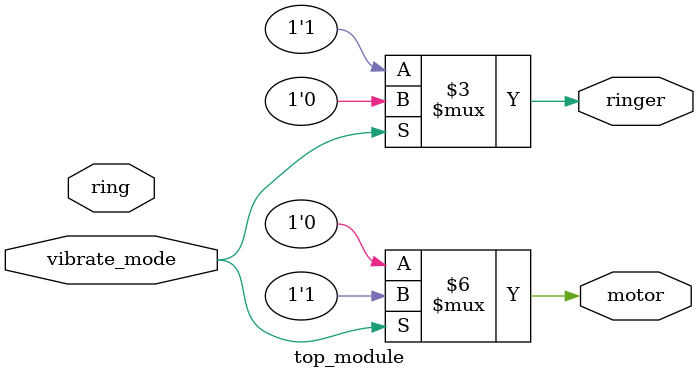
<source format=sv>
module top_module(
	input ring, 
	input vibrate_mode,
	output ringer,
	output motor
);

	always @(*)
	begin
		if(vibrate_mode)
		begin
			motor = 1;
			ringer = 0;
		end
		else
		begin
			motor = 0;
			ringer = 1;
		end
	end
endmodule

</source>
